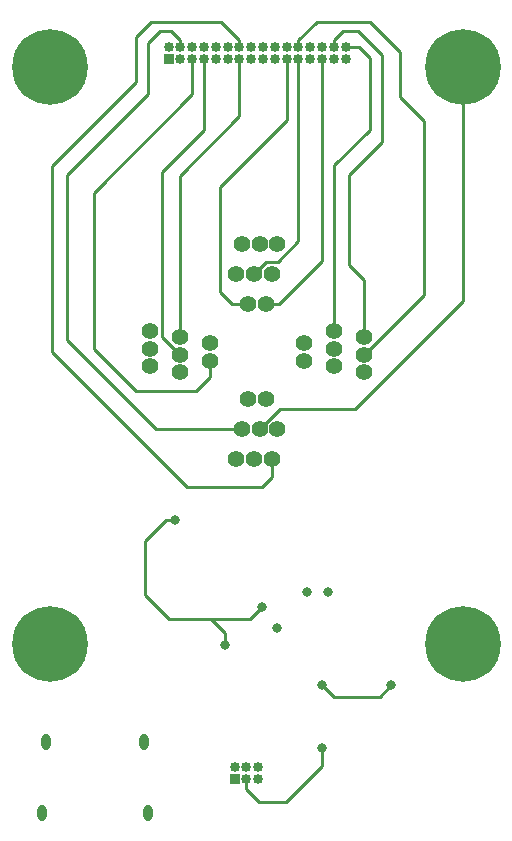
<source format=gbr>
%TF.GenerationSoftware,KiCad,Pcbnew,(5.1.7)-1*%
%TF.CreationDate,2021-11-27T18:52:12+01:00*%
%TF.ProjectId,SFP-32 Clampshell,5346502d-3332-4204-936c-616d70736865,rev?*%
%TF.SameCoordinates,Original*%
%TF.FileFunction,Copper,L4,Bot*%
%TF.FilePolarity,Positive*%
%FSLAX46Y46*%
G04 Gerber Fmt 4.6, Leading zero omitted, Abs format (unit mm)*
G04 Created by KiCad (PCBNEW (5.1.7)-1) date 2021-11-27 18:52:12*
%MOMM*%
%LPD*%
G01*
G04 APERTURE LIST*
%TA.AperFunction,ComponentPad*%
%ADD10C,0.800000*%
%TD*%
%TA.AperFunction,ComponentPad*%
%ADD11C,6.400000*%
%TD*%
%TA.AperFunction,ComponentPad*%
%ADD12O,0.850000X0.850000*%
%TD*%
%TA.AperFunction,ComponentPad*%
%ADD13R,0.850000X0.850000*%
%TD*%
%TA.AperFunction,ComponentPad*%
%ADD14O,0.800000X1.400000*%
%TD*%
%TA.AperFunction,ComponentPad*%
%ADD15C,1.400000*%
%TD*%
%TA.AperFunction,ViaPad*%
%ADD16C,0.800000*%
%TD*%
%TA.AperFunction,Conductor*%
%ADD17C,0.250000*%
%TD*%
G04 APERTURE END LIST*
D10*
%TO.P,M3,1*%
%TO.N,5*%
X134412056Y-81487944D03*
X132715000Y-80785000D03*
X131017944Y-81487944D03*
X130315000Y-83185000D03*
X131017944Y-84882056D03*
X132715000Y-85585000D03*
X134412056Y-84882056D03*
X135115000Y-83185000D03*
D11*
X132715000Y-83185000D03*
%TD*%
%TO.P,M3,1*%
%TO.N,5*%
X167640000Y-83185000D03*
D10*
X170040000Y-83185000D03*
X169337056Y-84882056D03*
X167640000Y-85585000D03*
X165942944Y-84882056D03*
X165240000Y-83185000D03*
X165942944Y-81487944D03*
X167640000Y-80785000D03*
X169337056Y-81487944D03*
%TD*%
D11*
%TO.P,M3,1*%
%TO.N,5*%
X132715000Y-34290000D03*
D10*
X135115000Y-34290000D03*
X134412056Y-35987056D03*
X132715000Y-36690000D03*
X131017944Y-35987056D03*
X130315000Y-34290000D03*
X131017944Y-32592944D03*
X132715000Y-31890000D03*
X134412056Y-32592944D03*
%TD*%
%TO.P,M3,1*%
%TO.N,5*%
X169337056Y-32592944D03*
X167640000Y-31890000D03*
X165942944Y-32592944D03*
X165240000Y-34290000D03*
X165942944Y-35987056D03*
X167640000Y-36690000D03*
X169337056Y-35987056D03*
X170040000Y-34290000D03*
D11*
X167640000Y-34290000D03*
%TD*%
D12*
%TO.P,J3,6*%
%TO.N,5*%
X150336000Y-93615000D03*
%TO.P,J3,5*%
%TO.N,29*%
X150336000Y-94615000D03*
%TO.P,J3,4*%
%TO.N,15*%
X149336000Y-93615000D03*
%TO.P,J3,3*%
%TO.N,17*%
X149336000Y-94615000D03*
%TO.P,J3,2*%
%TO.N,18*%
X148336000Y-93615000D03*
D13*
%TO.P,J3,1*%
%TO.N,16*%
X148336000Y-94615000D03*
%TD*%
D14*
%TO.P,J2,S1*%
%TO.N,N/C*%
X132035000Y-97455000D03*
X141015000Y-97455000D03*
X140655000Y-91505000D03*
X132395000Y-91505000D03*
%TD*%
D15*
%TO.P,U1,32*%
%TO.N,32*%
X143684999Y-60170000D03*
%TO.P,U1,31*%
%TO.N,31*%
X141144999Y-59670000D03*
%TO.P,U1,30*%
%TO.N,30*%
X146224999Y-59170000D03*
%TO.P,U1,29*%
%TO.N,29*%
X143684999Y-58670000D03*
%TO.P,U1,28*%
%TO.N,28*%
X141144999Y-58170000D03*
%TO.P,U1,27*%
%TO.N,27*%
X146224999Y-57670000D03*
%TO.P,U1,26*%
%TO.N,26*%
X143684999Y-57170000D03*
%TO.P,U1,25*%
%TO.N,25*%
X141144999Y-56670000D03*
%TO.P,U1,24*%
%TO.N,24*%
X148474999Y-51880000D03*
%TO.P,U1,23*%
%TO.N,23*%
X148974999Y-49340000D03*
%TO.P,U1,22*%
%TO.N,22*%
X149474999Y-54420000D03*
%TO.P,U1,21*%
%TO.N,21*%
X149974999Y-51880000D03*
%TO.P,U1,20*%
%TO.N,20*%
X150474999Y-49340000D03*
%TO.P,U1,19*%
%TO.N,19*%
X150974999Y-54420000D03*
%TO.P,U1,18*%
%TO.N,18*%
X151474999Y-51880000D03*
%TO.P,U1,17*%
%TO.N,17*%
X151974999Y-49340000D03*
%TO.P,U1,16*%
%TO.N,16*%
X156764999Y-56670000D03*
%TO.P,U1,15*%
%TO.N,15*%
X159304999Y-57170000D03*
%TO.P,U1,14*%
%TO.N,14*%
X154224999Y-57670000D03*
%TO.P,U1,13*%
%TO.N,13*%
X156764999Y-58170000D03*
%TO.P,U1,12*%
%TO.N,12*%
X159304999Y-58670000D03*
%TO.P,U1,11*%
%TO.N,11*%
X154224999Y-59170000D03*
%TO.P,U1,10*%
%TO.N,10*%
X156764999Y-59670000D03*
%TO.P,U1,9*%
%TO.N,9*%
X159304999Y-60170000D03*
%TO.P,U1,8*%
%TO.N,8*%
X151974999Y-64960000D03*
%TO.P,U1,7*%
%TO.N,7*%
X151474999Y-67500000D03*
%TO.P,U1,6*%
%TO.N,6*%
X150974999Y-62420000D03*
%TO.P,U1,5*%
%TO.N,5*%
X150474999Y-64960000D03*
%TO.P,U1,4*%
%TO.N,18*%
X149974999Y-67500000D03*
%TO.P,U1,3*%
%TO.N,3*%
X149474999Y-62420000D03*
%TO.P,U1,2*%
%TO.N,2*%
X148974999Y-64960000D03*
%TO.P,U1,1*%
%TO.N,1*%
X148474999Y-67500000D03*
%TD*%
D12*
%TO.P,J1,32*%
%TO.N,16*%
X157748000Y-32655000D03*
%TO.P,J1,31*%
%TO.N,17*%
X157748000Y-33655000D03*
%TO.P,J1,30*%
%TO.N,15*%
X156748000Y-32655000D03*
%TO.P,J1,29*%
%TO.N,18*%
X156748000Y-33655000D03*
%TO.P,J1,28*%
%TO.N,14*%
X155748000Y-32655000D03*
%TO.P,J1,27*%
%TO.N,19*%
X155748000Y-33655000D03*
%TO.P,J1,26*%
%TO.N,13*%
X154748000Y-32655000D03*
%TO.P,J1,25*%
%TO.N,20*%
X154748000Y-33655000D03*
%TO.P,J1,24*%
%TO.N,12*%
X153748000Y-32655000D03*
%TO.P,J1,23*%
%TO.N,21*%
X153748000Y-33655000D03*
%TO.P,J1,22*%
%TO.N,11*%
X152748000Y-32655000D03*
%TO.P,J1,21*%
%TO.N,22*%
X152748000Y-33655000D03*
%TO.P,J1,20*%
%TO.N,10*%
X151748000Y-32655000D03*
%TO.P,J1,19*%
%TO.N,23*%
X151748000Y-33655000D03*
%TO.P,J1,18*%
%TO.N,9*%
X150748000Y-32655000D03*
%TO.P,J1,17*%
%TO.N,24*%
X150748000Y-33655000D03*
%TO.P,J1,16*%
%TO.N,8*%
X149748000Y-32655000D03*
%TO.P,J1,15*%
%TO.N,25*%
X149748000Y-33655000D03*
%TO.P,J1,14*%
%TO.N,7*%
X148748000Y-32655000D03*
%TO.P,J1,13*%
%TO.N,26*%
X148748000Y-33655000D03*
%TO.P,J1,12*%
%TO.N,6*%
X147748000Y-32655000D03*
%TO.P,J1,11*%
%TO.N,27*%
X147748000Y-33655000D03*
%TO.P,J1,10*%
%TO.N,5*%
X146748000Y-32655000D03*
%TO.P,J1,9*%
%TO.N,28*%
X146748000Y-33655000D03*
%TO.P,J1,8*%
%TO.N,18*%
X145748000Y-32655000D03*
%TO.P,J1,7*%
%TO.N,29*%
X145748000Y-33655000D03*
%TO.P,J1,6*%
%TO.N,3*%
X144748000Y-32655000D03*
%TO.P,J1,5*%
%TO.N,30*%
X144748000Y-33655000D03*
%TO.P,J1,4*%
%TO.N,2*%
X143748000Y-32655000D03*
%TO.P,J1,3*%
%TO.N,31*%
X143748000Y-33655000D03*
%TO.P,J1,2*%
%TO.N,1*%
X142748000Y-32655000D03*
D13*
%TO.P,J1,1*%
%TO.N,32*%
X142748000Y-33655000D03*
%TD*%
D16*
%TO.N,20*%
X151892000Y-81788000D03*
%TO.N,18*%
X143256000Y-72644000D03*
X147500000Y-83238000D03*
X150622000Y-80010000D03*
%TO.N,17*%
X155702000Y-91948000D03*
%TO.N,8*%
X156210000Y-78740000D03*
%TO.N,7*%
X154432000Y-78740000D03*
%TO.N,5*%
X161605000Y-86675000D03*
X155702000Y-86614000D03*
%TD*%
D17*
%TO.N,30*%
X146224999Y-59170000D02*
X146224999Y-60531001D01*
X146224999Y-60531001D02*
X145034000Y-61722000D01*
X145034000Y-61722000D02*
X139954000Y-61722000D01*
X139954000Y-61722000D02*
X136398000Y-58166000D01*
X136398000Y-58166000D02*
X136398000Y-44958000D01*
X144748000Y-36608000D02*
X144748000Y-33655000D01*
X136398000Y-44958000D02*
X144748000Y-36608000D01*
%TO.N,29*%
X142170000Y-57155001D02*
X142170000Y-43250000D01*
X143684999Y-58670000D02*
X142170000Y-57155001D01*
X145748000Y-39672000D02*
X145748000Y-33655000D01*
X142170000Y-43250000D02*
X145748000Y-39672000D01*
%TO.N,26*%
X143684999Y-57170000D02*
X143684999Y-43513001D01*
X148748000Y-38450000D02*
X148748000Y-33655000D01*
X143684999Y-43513001D02*
X148748000Y-38450000D01*
%TO.N,22*%
X149474999Y-54420000D02*
X148146000Y-54420000D01*
X148146000Y-54420000D02*
X147066000Y-53340000D01*
X147066000Y-53340000D02*
X147066000Y-44450000D01*
X152748000Y-38768000D02*
X152748000Y-33655000D01*
X147066000Y-44450000D02*
X152748000Y-38768000D01*
%TO.N,21*%
X153748000Y-49084001D02*
X153748000Y-33655000D01*
X151977002Y-50854999D02*
X153748000Y-49084001D01*
X151000000Y-50854999D02*
X151977002Y-50854999D01*
X149974999Y-51880000D02*
X151000000Y-50854999D01*
%TO.N,19*%
X150974999Y-54420000D02*
X152082000Y-54420000D01*
X155748000Y-50754000D02*
X155748000Y-33655000D01*
X152082000Y-54420000D02*
X155748000Y-50754000D01*
%TO.N,18*%
X140716000Y-78994000D02*
X140716000Y-74422000D01*
X142748000Y-81026000D02*
X140716000Y-78994000D01*
X142494000Y-72644000D02*
X143256000Y-72644000D01*
X146304000Y-81026000D02*
X142748000Y-81026000D01*
X147500000Y-82222000D02*
X146304000Y-81026000D01*
X140716000Y-74422000D02*
X142494000Y-72644000D01*
X147500000Y-83238000D02*
X147500000Y-82222000D01*
X146304000Y-81026000D02*
X149606000Y-81026000D01*
X149606000Y-81026000D02*
X150622000Y-80010000D01*
X150622000Y-80010000D02*
X150622000Y-80010000D01*
%TO.N,17*%
X149336000Y-94615000D02*
X149336000Y-95488000D01*
X149336000Y-95488000D02*
X150368000Y-96520000D01*
X150368000Y-96520000D02*
X152654000Y-96520000D01*
X152654000Y-96520000D02*
X155702000Y-93472000D01*
X155702000Y-93472000D02*
X155702000Y-91948000D01*
X155702000Y-91948000D02*
X155702000Y-91948000D01*
%TO.N,16*%
X156764999Y-56670000D02*
X156764999Y-42625001D01*
X156764999Y-42625001D02*
X159766000Y-39624000D01*
X159766000Y-39624000D02*
X159766000Y-33528000D01*
X158893000Y-32655000D02*
X157748000Y-32655000D01*
X159766000Y-33528000D02*
X158893000Y-32655000D01*
%TO.N,15*%
X159304999Y-57170000D02*
X159304999Y-52370999D01*
X159304999Y-52370999D02*
X157988000Y-51054000D01*
X157988000Y-51054000D02*
X157988000Y-43434000D01*
X157988000Y-43434000D02*
X160782000Y-40640000D01*
X160782000Y-40640000D02*
X160782000Y-33274000D01*
X160782000Y-33274000D02*
X158750000Y-31242000D01*
X156748000Y-32053960D02*
X156748000Y-32655000D01*
X157559960Y-31242000D02*
X156748000Y-32053960D01*
X158750000Y-31242000D02*
X157559960Y-31242000D01*
%TO.N,12*%
X159304999Y-58670000D02*
X164338000Y-53636999D01*
X164338000Y-53636999D02*
X164338000Y-38862000D01*
X164338000Y-38862000D02*
X162306000Y-36830000D01*
X162306000Y-36830000D02*
X162306000Y-33020000D01*
X162306000Y-33020000D02*
X159766000Y-30480000D01*
X153748000Y-32053960D02*
X153748000Y-32655000D01*
X155321960Y-30480000D02*
X153748000Y-32053960D01*
X159766000Y-30480000D02*
X155321960Y-30480000D01*
%TO.N,7*%
X151474999Y-67500000D02*
X151474999Y-68997001D01*
X151474999Y-68997001D02*
X150622000Y-69850000D01*
X150622000Y-69850000D02*
X144272000Y-69850000D01*
X144272000Y-69850000D02*
X132842000Y-58420000D01*
X132842000Y-58420000D02*
X132842000Y-42672000D01*
X132842000Y-42672000D02*
X139954000Y-35560000D01*
X139954000Y-35560000D02*
X139954000Y-31750000D01*
X139954000Y-31750000D02*
X141224000Y-30480000D01*
X148748000Y-32053960D02*
X148748000Y-32655000D01*
X147174040Y-30480000D02*
X148748000Y-32053960D01*
X141224000Y-30480000D02*
X147174040Y-30480000D01*
%TO.N,5*%
X161605000Y-86675000D02*
X160650000Y-87630000D01*
X160650000Y-87630000D02*
X156718000Y-87630000D01*
X156718000Y-87630000D02*
X155702000Y-86614000D01*
X155702000Y-86614000D02*
X155702000Y-86614000D01*
X150474999Y-64960000D02*
X152188999Y-63246000D01*
X152188999Y-63246000D02*
X158496000Y-63246000D01*
X167640000Y-54102000D02*
X167640000Y-34290000D01*
X158496000Y-63246000D02*
X167640000Y-54102000D01*
%TO.N,2*%
X148974999Y-64960000D02*
X141668000Y-64960000D01*
X141668000Y-64960000D02*
X134112000Y-57404000D01*
X134112000Y-57404000D02*
X134112000Y-43434000D01*
X134112000Y-43434000D02*
X140970000Y-36576000D01*
X140970000Y-36576000D02*
X140970000Y-32258000D01*
X140970000Y-32258000D02*
X141986000Y-31242000D01*
X141986000Y-31242000D02*
X142936040Y-31242000D01*
X143748000Y-32053960D02*
X143748000Y-32655000D01*
X142936040Y-31242000D02*
X143748000Y-32053960D01*
%TD*%
M02*

</source>
